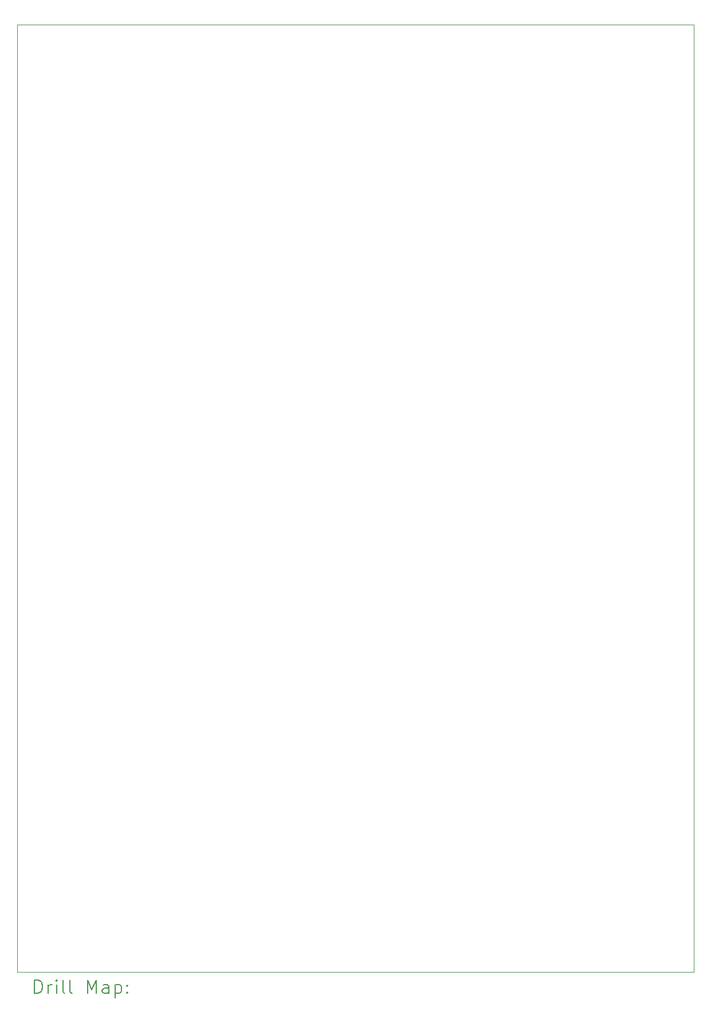
<source format=gbr>
%TF.GenerationSoftware,KiCad,Pcbnew,8.0.6*%
%TF.CreationDate,2024-11-15T08:38:33-05:00*%
%TF.ProjectId,6309-board-prototype-1.kicad_pro,36333039-2d62-46f6-9172-642d70726f74,rev?*%
%TF.SameCoordinates,Original*%
%TF.FileFunction,Drillmap*%
%TF.FilePolarity,Positive*%
%FSLAX45Y45*%
G04 Gerber Fmt 4.5, Leading zero omitted, Abs format (unit mm)*
G04 Created by KiCad (PCBNEW 8.0.6) date 2024-11-15 08:38:33*
%MOMM*%
%LPD*%
G01*
G04 APERTURE LIST*
%ADD10C,0.050000*%
%ADD11C,0.200000*%
G04 APERTURE END LIST*
D10*
X2625000Y-1425000D02*
X12625000Y-1425000D01*
X12625000Y-15425000D01*
X2625000Y-15425000D01*
X2625000Y-1425000D01*
D11*
X2883277Y-15738984D02*
X2883277Y-15538984D01*
X2883277Y-15538984D02*
X2930896Y-15538984D01*
X2930896Y-15538984D02*
X2959467Y-15548508D01*
X2959467Y-15548508D02*
X2978515Y-15567555D01*
X2978515Y-15567555D02*
X2988039Y-15586603D01*
X2988039Y-15586603D02*
X2997562Y-15624698D01*
X2997562Y-15624698D02*
X2997562Y-15653269D01*
X2997562Y-15653269D02*
X2988039Y-15691365D01*
X2988039Y-15691365D02*
X2978515Y-15710412D01*
X2978515Y-15710412D02*
X2959467Y-15729460D01*
X2959467Y-15729460D02*
X2930896Y-15738984D01*
X2930896Y-15738984D02*
X2883277Y-15738984D01*
X3083277Y-15738984D02*
X3083277Y-15605650D01*
X3083277Y-15643746D02*
X3092801Y-15624698D01*
X3092801Y-15624698D02*
X3102324Y-15615174D01*
X3102324Y-15615174D02*
X3121372Y-15605650D01*
X3121372Y-15605650D02*
X3140420Y-15605650D01*
X3207086Y-15738984D02*
X3207086Y-15605650D01*
X3207086Y-15538984D02*
X3197562Y-15548508D01*
X3197562Y-15548508D02*
X3207086Y-15558031D01*
X3207086Y-15558031D02*
X3216610Y-15548508D01*
X3216610Y-15548508D02*
X3207086Y-15538984D01*
X3207086Y-15538984D02*
X3207086Y-15558031D01*
X3330896Y-15738984D02*
X3311848Y-15729460D01*
X3311848Y-15729460D02*
X3302324Y-15710412D01*
X3302324Y-15710412D02*
X3302324Y-15538984D01*
X3435658Y-15738984D02*
X3416610Y-15729460D01*
X3416610Y-15729460D02*
X3407086Y-15710412D01*
X3407086Y-15710412D02*
X3407086Y-15538984D01*
X3664229Y-15738984D02*
X3664229Y-15538984D01*
X3664229Y-15538984D02*
X3730896Y-15681841D01*
X3730896Y-15681841D02*
X3797562Y-15538984D01*
X3797562Y-15538984D02*
X3797562Y-15738984D01*
X3978515Y-15738984D02*
X3978515Y-15634222D01*
X3978515Y-15634222D02*
X3968991Y-15615174D01*
X3968991Y-15615174D02*
X3949943Y-15605650D01*
X3949943Y-15605650D02*
X3911848Y-15605650D01*
X3911848Y-15605650D02*
X3892801Y-15615174D01*
X3978515Y-15729460D02*
X3959467Y-15738984D01*
X3959467Y-15738984D02*
X3911848Y-15738984D01*
X3911848Y-15738984D02*
X3892801Y-15729460D01*
X3892801Y-15729460D02*
X3883277Y-15710412D01*
X3883277Y-15710412D02*
X3883277Y-15691365D01*
X3883277Y-15691365D02*
X3892801Y-15672317D01*
X3892801Y-15672317D02*
X3911848Y-15662793D01*
X3911848Y-15662793D02*
X3959467Y-15662793D01*
X3959467Y-15662793D02*
X3978515Y-15653269D01*
X4073753Y-15605650D02*
X4073753Y-15805650D01*
X4073753Y-15615174D02*
X4092801Y-15605650D01*
X4092801Y-15605650D02*
X4130896Y-15605650D01*
X4130896Y-15605650D02*
X4149943Y-15615174D01*
X4149943Y-15615174D02*
X4159467Y-15624698D01*
X4159467Y-15624698D02*
X4168991Y-15643746D01*
X4168991Y-15643746D02*
X4168991Y-15700888D01*
X4168991Y-15700888D02*
X4159467Y-15719936D01*
X4159467Y-15719936D02*
X4149943Y-15729460D01*
X4149943Y-15729460D02*
X4130896Y-15738984D01*
X4130896Y-15738984D02*
X4092801Y-15738984D01*
X4092801Y-15738984D02*
X4073753Y-15729460D01*
X4254705Y-15719936D02*
X4264229Y-15729460D01*
X4264229Y-15729460D02*
X4254705Y-15738984D01*
X4254705Y-15738984D02*
X4245182Y-15729460D01*
X4245182Y-15729460D02*
X4254705Y-15719936D01*
X4254705Y-15719936D02*
X4254705Y-15738984D01*
X4254705Y-15615174D02*
X4264229Y-15624698D01*
X4264229Y-15624698D02*
X4254705Y-15634222D01*
X4254705Y-15634222D02*
X4245182Y-15624698D01*
X4245182Y-15624698D02*
X4254705Y-15615174D01*
X4254705Y-15615174D02*
X4254705Y-15634222D01*
M02*

</source>
